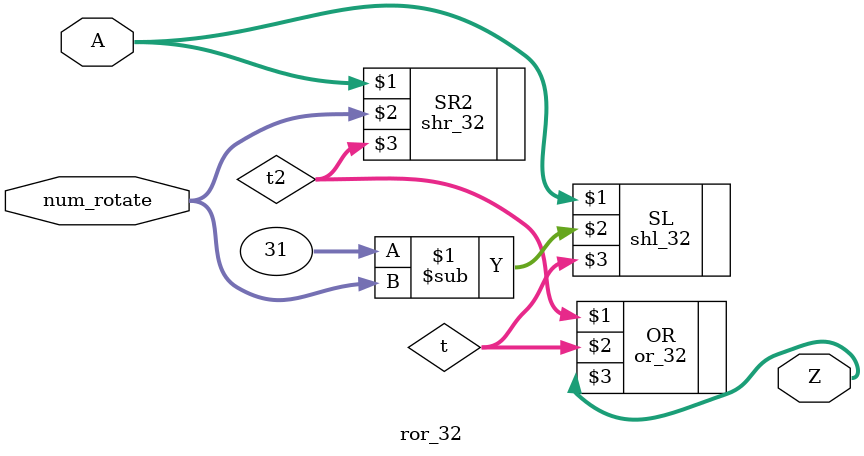
<source format=v>
module ror_32(
  input [31:0] A, num_rotate,
  output [31:0] Z
);
  genvar i;
  wire [31:0] t;
  wire [31:0] t2;
  //assign t = A<<31-num_rotate;
  //assign t = t>>31-num_rotate;
  //assign Z = A<<num_rotate | t;
  
  shl_32 SL(A, 31-num_rotate, t);
  shr_32 SR2(A, num_rotate, t2);
  or_32 OR(t2, t, Z);

endmodule

</source>
